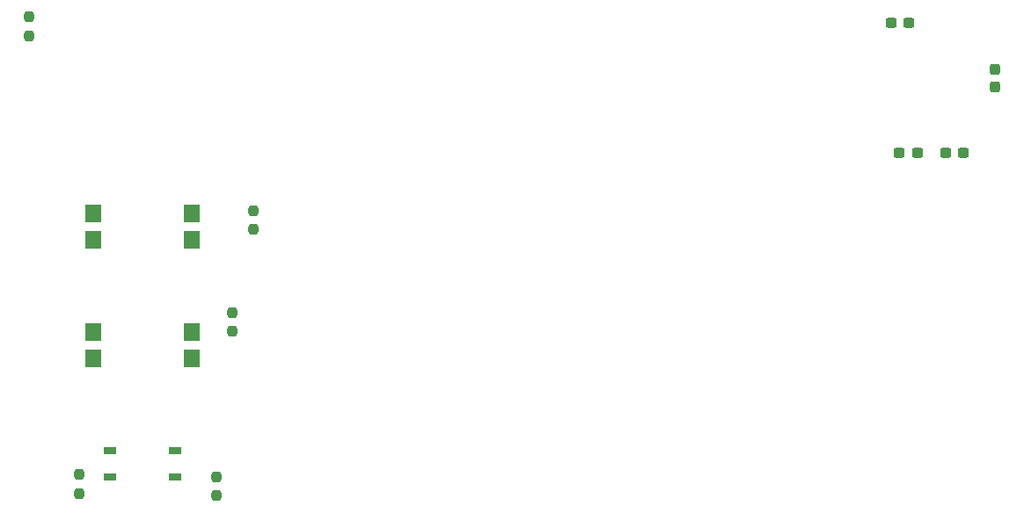
<source format=gbr>
%TF.GenerationSoftware,KiCad,Pcbnew,(6.0.1)*%
%TF.CreationDate,2022-02-14T12:03:10-05:00*%
%TF.ProjectId,high-voltage-board,68696768-2d76-46f6-9c74-6167652d626f,rev?*%
%TF.SameCoordinates,Original*%
%TF.FileFunction,Paste,Bot*%
%TF.FilePolarity,Positive*%
%FSLAX46Y46*%
G04 Gerber Fmt 4.6, Leading zero omitted, Abs format (unit mm)*
G04 Created by KiCad (PCBNEW (6.0.1)) date 2022-02-14 12:03:10*
%MOMM*%
%LPD*%
G01*
G04 APERTURE LIST*
G04 Aperture macros list*
%AMRoundRect*
0 Rectangle with rounded corners*
0 $1 Rounding radius*
0 $2 $3 $4 $5 $6 $7 $8 $9 X,Y pos of 4 corners*
0 Add a 4 corners polygon primitive as box body*
4,1,4,$2,$3,$4,$5,$6,$7,$8,$9,$2,$3,0*
0 Add four circle primitives for the rounded corners*
1,1,$1+$1,$2,$3*
1,1,$1+$1,$4,$5*
1,1,$1+$1,$6,$7*
1,1,$1+$1,$8,$9*
0 Add four rect primitives between the rounded corners*
20,1,$1+$1,$2,$3,$4,$5,0*
20,1,$1+$1,$4,$5,$6,$7,0*
20,1,$1+$1,$6,$7,$8,$9,0*
20,1,$1+$1,$8,$9,$2,$3,0*%
G04 Aperture macros list end*
%ADD10R,1.500000X1.780000*%
%ADD11RoundRect,0.237500X-0.237500X0.250000X-0.237500X-0.250000X0.237500X-0.250000X0.237500X0.250000X0*%
%ADD12RoundRect,0.237500X-0.300000X-0.237500X0.300000X-0.237500X0.300000X0.237500X-0.300000X0.237500X0*%
%ADD13RoundRect,0.237500X-0.237500X0.300000X-0.237500X-0.300000X0.237500X-0.300000X0.237500X0.300000X0*%
%ADD14RoundRect,0.237500X0.300000X0.237500X-0.300000X0.237500X-0.300000X-0.237500X0.300000X-0.237500X0*%
%ADD15R,1.200000X0.800000*%
%ADD16RoundRect,0.237500X0.237500X-0.250000X0.237500X0.250000X-0.237500X0.250000X-0.237500X-0.250000X0*%
G04 APERTURE END LIST*
D10*
%TO.C,U2*%
X135662700Y-89932100D03*
X135662700Y-87392100D03*
X145192700Y-87392100D03*
X145192700Y-89932100D03*
%TD*%
%TO.C,U8*%
X145192700Y-98822100D03*
X145192700Y-101362100D03*
X135662700Y-101362100D03*
X135662700Y-98822100D03*
%TD*%
D11*
%TO.C,R2*%
X151095700Y-87091100D03*
X151095700Y-88916100D03*
%TD*%
%TO.C,R17*%
X134331700Y-112538100D03*
X134331700Y-114363100D03*
%TD*%
%TO.C,R18*%
X149063700Y-96893600D03*
X149063700Y-98718600D03*
%TD*%
D12*
%TO.C,C16*%
X213259500Y-81534000D03*
X214984500Y-81534000D03*
%TD*%
D13*
%TO.C,C17*%
X222453200Y-73457900D03*
X222453200Y-75182900D03*
%TD*%
D14*
%TO.C,C15*%
X219454900Y-81534000D03*
X217729900Y-81534000D03*
%TD*%
D15*
%TO.C,U9*%
X137277700Y-112792100D03*
X137277700Y-110252100D03*
X143577700Y-110252100D03*
X143577700Y-112792100D03*
%TD*%
D16*
%TO.C,R8*%
X129540000Y-70254500D03*
X129540000Y-68429500D03*
%TD*%
D12*
%TO.C,C13*%
X212446700Y-68986400D03*
X214171700Y-68986400D03*
%TD*%
D11*
%TO.C,R19*%
X147539700Y-112745100D03*
X147539700Y-114570100D03*
%TD*%
M02*

</source>
